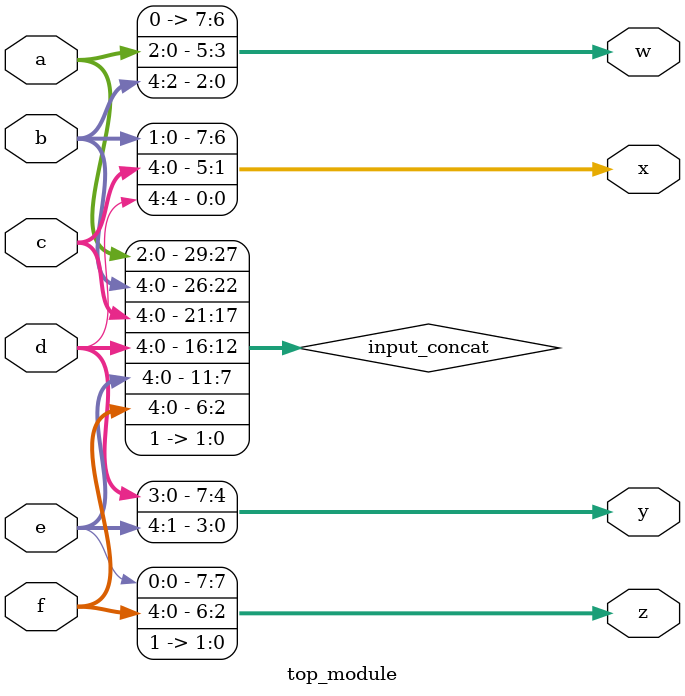
<source format=sv>
module top_module (
	input [4:0] a,
	input [4:0] b,
	input [4:0] c,
	input [4:0] d,
	input [4:0] e,
	input [4:0] f,
	output [7:0] w,
	output [7:0] x,
	output [7:0] y,
	output [7:0] z
);

	// Declare intermediate signals
	wire [29:0] input_concat;
	wire [33:0] output_concat;

	// Concatenate input vectors and two 1 bits
	assign input_concat = {a, b, c, d, e, f, 1'b1, 1'b1};

	// Split concatenated vector into output vectors
	assign {w, x, y, z} = input_concat;

endmodule

</source>
